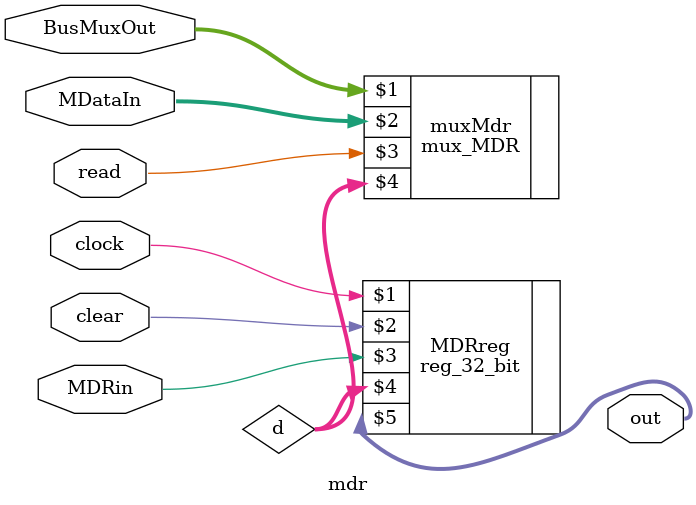
<source format=v>
module mdr(
	input wire clear, clock, MDRin, read,
	input wire [31:0] BusMuxOut, MDataIn,
	output wire [31:0] out
);

	wire [31:0] d;

	mux_MDR muxMdr(BusMuxOut, MDataIn, read, d);

	reg_32_bit MDRreg(clock, clear, MDRin, d, out);

endmodule
</source>
